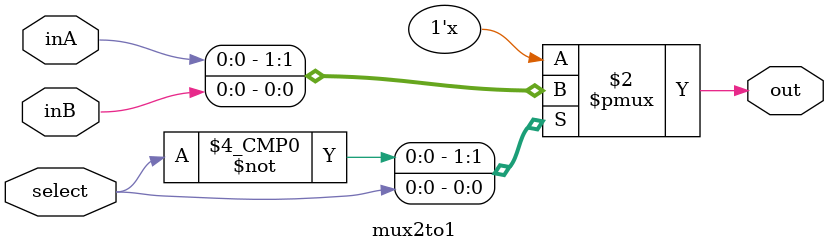
<source format=v>

module mux2to1 #( parameter N = 1 ) (
        input wire [N -1 : 0] inA,
        input wire [N -1 : 0] inB,
        input wire select,

        output reg [N -1 : 0] out
    );

    always @(inA, inB, select) begin
        case(select)
            0 : out = inA;
            1 : out = inB;

            default: out = inA;
        endcase
    end
endmodule


</source>
